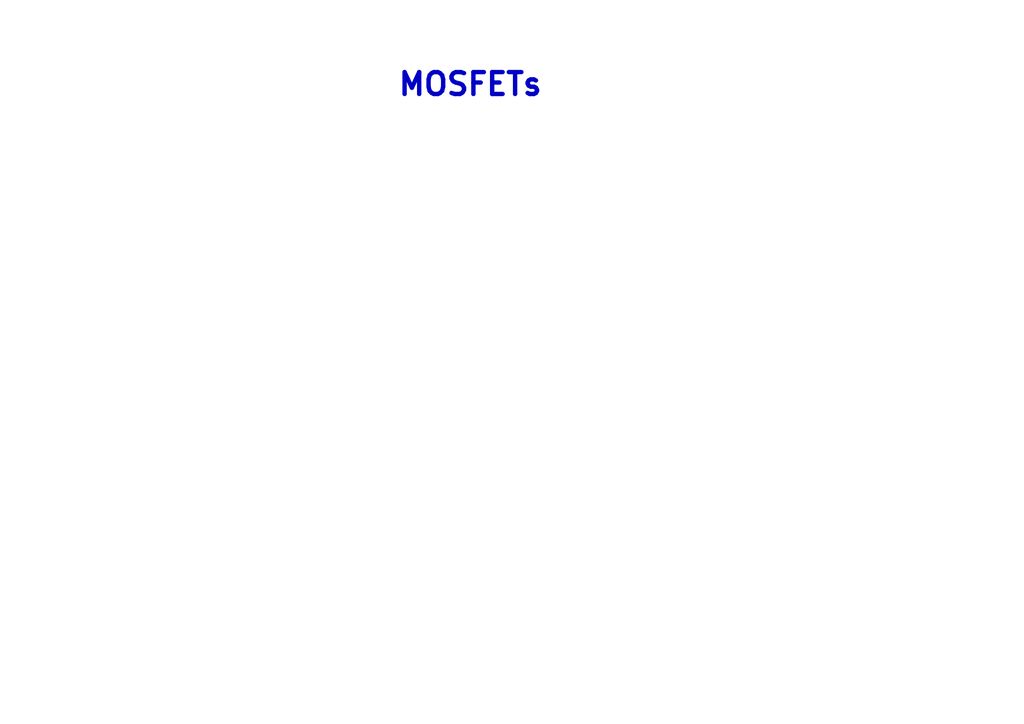
<source format=kicad_sch>
(kicad_sch
	(version 20250114)
	(generator "eeschema")
	(generator_version "9.0")
	(uuid "e5a3679d-eb90-460b-bccd-d838944e82df")
	(paper "A4")
	(title_block
		(title "MOSFETs")
		(date "2025-04-06")
		(rev "rev0")
		(company "DBtronics Inc.")
		(comment 1 "Dian Basit")
		(comment 2 "dianbasit@dbtronics.org")
		(comment 3 "+1 (587) 432-2486")
	)
	(lib_symbols)
	(text "${TITLE}\n"
		(exclude_from_sim no)
		(at 136.398 24.638 0)
		(effects
			(font
				(size 6.35 6.35)
				(thickness 1.27)
				(bold yes)
			)
		)
		(uuid "aa731e31-b2e4-44f4-8387-6b991bd2cfc2")
	)
)

</source>
